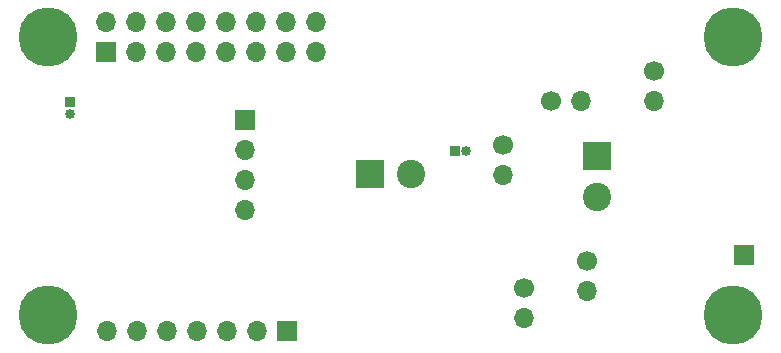
<source format=gts>
%TF.GenerationSoftware,KiCad,Pcbnew,8.0.6*%
%TF.CreationDate,2024-11-01T15:47:02+09:00*%
%TF.ProjectId,powerups,706f7765-7275-4707-932e-6b696361645f,0.9.2*%
%TF.SameCoordinates,Original*%
%TF.FileFunction,Soldermask,Top*%
%TF.FilePolarity,Negative*%
%FSLAX46Y46*%
G04 Gerber Fmt 4.6, Leading zero omitted, Abs format (unit mm)*
G04 Created by KiCad (PCBNEW 8.0.6) date 2024-11-01 15:47:02*
%MOMM*%
%LPD*%
G01*
G04 APERTURE LIST*
%ADD10C,5.000000*%
%ADD11R,1.700000X1.700000*%
%ADD12O,1.700000X1.700000*%
%ADD13R,2.400000X2.400000*%
%ADD14C,2.400000*%
%ADD15C,1.700000*%
%ADD16R,0.850000X0.850000*%
%ADD17O,0.850000X0.850000*%
G04 APERTURE END LIST*
D10*
%TO.C,H1*%
X99690000Y-85280000D03*
%TD*%
%TO.C,H2*%
X157690000Y-85280000D03*
%TD*%
%TO.C,H4*%
X157690000Y-108780000D03*
%TD*%
%TO.C,H3*%
X99690000Y-108780000D03*
%TD*%
D11*
%TO.C,CONN4*%
X104565000Y-86550000D03*
D12*
X104565000Y-84010000D03*
X107105000Y-86550000D03*
X107105000Y-84010000D03*
X109645000Y-86550000D03*
X109645000Y-84010000D03*
X112185000Y-86550000D03*
X112185000Y-84010000D03*
X114725000Y-86550000D03*
X114725000Y-84010000D03*
X117265000Y-86550000D03*
X117265000Y-84010000D03*
X119805000Y-86550000D03*
X119805000Y-84010000D03*
X122345000Y-86550000D03*
X122345000Y-84010000D03*
%TD*%
D11*
%TO.C,CONN3*%
X119890000Y-110140000D03*
D12*
X117350000Y-110140000D03*
X114810000Y-110140000D03*
X112270000Y-110140000D03*
X109730000Y-110140000D03*
X107190000Y-110140000D03*
X104650000Y-110140000D03*
%TD*%
D11*
%TO.C,CONN5*%
X116380000Y-92300000D03*
D12*
X116380000Y-94840000D03*
X116380000Y-97380000D03*
X116380000Y-99920000D03*
%TD*%
D13*
%TO.C,CONN1*%
X126940000Y-96800000D03*
D14*
X130440000Y-96800000D03*
%TD*%
D15*
%TO.C,R4*%
X140020000Y-106470000D03*
D12*
X140020000Y-109010000D03*
%TD*%
D13*
%TO.C,CONN7*%
X146190000Y-95275000D03*
D14*
X146190000Y-98775000D03*
%TD*%
D16*
%TO.C,CONN2*%
X101580000Y-90720000D03*
D17*
X101580000Y-91720000D03*
%TD*%
D15*
%TO.C,R13*%
X142270000Y-90640000D03*
D12*
X144810000Y-90640000D03*
%TD*%
D15*
%TO.C,R5*%
X138170000Y-94360000D03*
D12*
X138170000Y-96900000D03*
%TD*%
D15*
%TO.C,R24*%
X145286250Y-104245000D03*
D12*
X145286250Y-106785000D03*
%TD*%
D11*
%TO.C,TP1*%
X158590000Y-103700000D03*
%TD*%
D15*
%TO.C,R18*%
X150986250Y-88155000D03*
D12*
X150986250Y-90695000D03*
%TD*%
D16*
%TO.C,CONN8*%
X134110000Y-94920000D03*
D17*
X135110000Y-94920000D03*
%TD*%
M02*

</source>
